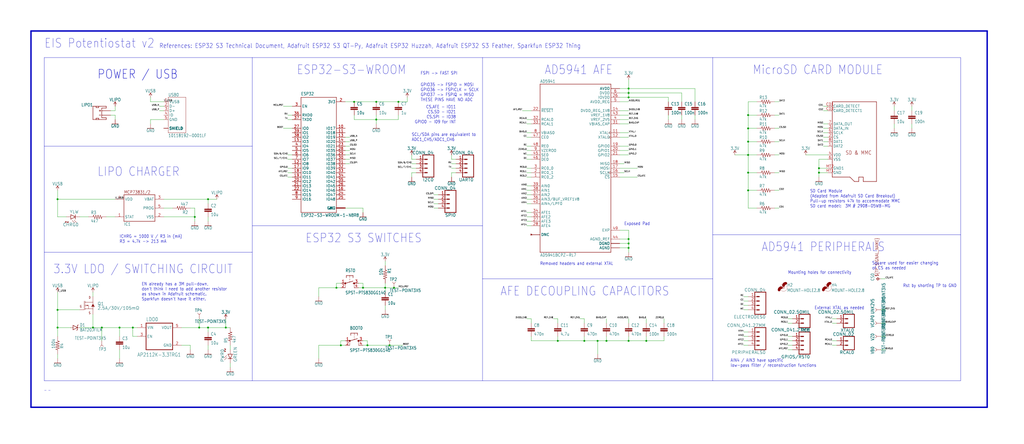
<source format=kicad_sch>
(kicad_sch (version 20250114) (generator "eeschema") (generator_version "9.0")
  (paper "User" 587.553 254.813)
  (text "MicroSD CARD MODULE" (at 431.8 43.18 0) (effects (font (size 5.08 4.318)) (justify left bottom)))
  (text "Rst by shorting TP to GND" (at 518.16 165.1 0) (effects (font (size 1.778 1.5113)) (justify left bottom)))
  (text "ESP32-S3-WROOM" (at 170.18 43.18 0) (effects (font (size 5.08 4.318)) (justify left bottom)))
  (text "EN already has a 3M pull-down,\ndon't think I need to add another resistor\nas shown in Adafruit schematic.\nSparkfun doesn't have it either." (at 81.28 172.72 0) (effects (font (size 1.778 1.5113)) (justify left bottom)))
  (text "AD5941 PERIPHERALS" (at 436.88 144.78 0) (effects (font (size 5.08 4.318)) (justify left bottom)))
  (text "AIN4 / AIN3 have specific\nlow-pass filter / reconstruction functions" (at 419.1 210.82 0) (effects (font (size 1.778 1.5113)) (justify left bottom)))
  (text "Mounting holes for connectivity" (at 452.12 157.48 0) (effects (font (size 1.778 1.5113)) (justify left bottom)))
  (text "CS.AFE - IO11\nCS.SD - IO21\nCS.SPI - IO38\nGPIO0 - I09 for INT" (at 261.62 71.12 0) (effects (font (size 1.778 1.5113)) (justify right bottom)))
  (text "AFE DECOUPLING CAPACITORS" (at 287.02 170.18 0) (effects (font (size 5.08 4.318)) (justify left bottom)))
  (text "POWER / USB" (at 55.88 45.72 0) (effects (font (size 5.08 4.318)) (justify left bottom)))
  (text "LIPO CHARGER" (at 55.88 101.6 0) (effects (font (size 5.08 4.318)) (justify left bottom)))
  (text "Exposed Pad" (at 358.14 129.54 0) (effects (font (size 1.778 1.5113)) (justify left bottom)))
  (text "SCL/SDA pins are equivalent to\nADC1_CH5/ADC1_CH6" (at 236.22 81.28 0) (effects (font (size 1.778 1.5113)) (justify left bottom)))
  (text "AD5941 AFE" (at 312.42 43.18 0) (effects (font (size 5.08 4.318)) (justify left bottom)))
  (text "\" \"" (at 25.4 226.06 0) (effects (font (size 1.778 1.5113)) (justify left bottom)))
  (text "Square used for easier changing\nof CS as needed" (at 500.38 154.94 0) (effects (font (size 1.778 1.5113)) (justify left bottom)))
  (text "3.3V LDO / SWITCHING CIRCUIT" (at 30.48 157.48 0) (effects (font (size 5.08 4.318)) (justify left bottom)))
  (text "References: ESP32 S3 Technical Document, Adafruit ESP32 S3 QT-Py, Adafruit ESP32 Huzzah, Adafruit ESP32 S3 Feather, Sparkfun ESP32 Thing" (at 91.44 27.94 0) (effects (font (size 2.54 2.159)) (justify left bottom)))
  (text "ICHRG = 1000 V / R3 in (mA)\nR3 = 4.7k -> 213 mA" (at 68.58 139.7 0) (effects (font (size 1.778 1.5113)) (justify left bottom)))
  (text "External XTAL as needed" (at 467.36 177.8 0) (effects (font (size 1.778 1.5113)) (justify left bottom)))
  (text "EIS Potentiostat v2" (at 25.4 27.94 0) (effects (font (size 5.08 4.318)) (justify left bottom)))
  (text "SD Card Module\n(Adapted from Adafruit SD Card Breakout)\nPull-up resistors 47k to accommodate MMC\nSD card model:  3M # 2908-05WB-MG" (at 464.82 119.38 0) (effects (font (size 1.778 1.5113)) (justify left bottom)))
  (text "Removed headers and external XTAL" (at 309.88 152.4 0) (effects (font (size 1.778 1.5113)) (justify left bottom)))
  (text "POWER / USB" (at 55.88 45.72 0) (effects (font (size 5.08 4.318)) (justify left bottom)))
  (text "GPIO35 -> FSPID = MOSI\nGPIO36 -> FSPICLK = SCLK\nGPIO37 -> FSPIQ = MISO\nTHESE PINS HAVE NO ADC" (at 241.3 58.42 0) (effects (font (size 1.778 1.5113)) (justify left bottom)))
  (text "ESP32 S3 SWITCHES" (at 175.26 139.7 0) (effects (font (size 5.08 4.318)) (justify left bottom)))
  (text "FSPI -> FAST SPI" (at 241.3 43.18 0) (effects (font (size 1.778 1.5113)) (justify left bottom)))
  (junction (at 429.26 66.04))
  (junction (at 360.68 55.88))
  (junction (at 33.02 114.3))
  (junction (at 429.26 99.06))
  (junction (at 360.68 50.8))
  (junction (at 220.98 165.1))
  (junction (at 68.58 187.96))
  (junction (at 360.68 142.24))
  (junction (at 215.9 58.42))
  (junction (at 223.52 198.12))
  (junction (at 193.04 165.1))
  (junction (at 111.76 124.46))
  (junction (at 76.2 187.96))
  (junction (at 228.6 58.42))
  (junction (at 370.84 195.58))
  (junction (at 360.68 195.58))
  (junction (at 33.02 177.8))
  (junction (at 360.68 53.34))
  (junction (at 53.34 187.96))
  (junction (at 33.02 187.96))
  (junction (at 119.38 114.3))
  (junction (at 347.98 195.58))
  (junction (at 469.9 99.06))
  (junction (at 429.26 88.9))
  (junction (at 114.3 187.96))
  (junction (at 210.82 198.12))
  (junction (at 195.58 198.12))
  (junction (at 203.2 58.42))
  (junction (at 360.68 139.7))
  (junction (at 429.26 81.28))
  (junction (at 469.9 96.52))
  (junction (at 215.9 68.58))
  (junction (at 119.38 187.96))
  (junction (at 342.9 195.58))
  (junction (at 58.42 187.96))
  (junction (at 429.26 109.22))
  (junction (at 129.54 187.96))
  (junction (at 208.28 165.1))
  (junction (at 360.68 137.16))
  (junction (at 320.04 195.58))
  (junction (at 335.28 195.58))
  (junction (at 226.06 165.1))
  (junction (at 429.26 73.66))
  (wire (pts (xy 304.8 116.84) (xy 302.26 116.84)) (stroke (width 0.1524)))
  (wire (pts (xy 68.58 200.66) (xy 68.58 205.74)) (stroke (width 0.1524)))
  (wire (pts (xy 444.5 99.06) (xy 447.04 99.06)) (stroke (width 0.1524)))
  (wire (pts (xy 342.9 203.2) (xy 342.9 195.58)) (stroke (width 0.1524)))
  (polyline (pts (xy 17.78 17.78) (xy 566.42 17.78)) (stroke (width 0.8128) (type solid)))
  (polyline (pts (xy 408.94 33.02) (xy 408.94 134.62)) (stroke (width 0.1524) (type solid)))
  (wire (pts (xy 304.8 193.04) (xy 304.8 195.58)) (stroke (width 0.1524)))
  (wire (pts (xy 182.88 198.12) (xy 182.88 205.74)) (stroke (width 0.1524)))
  (wire (pts (xy 182.88 165.1) (xy 193.04 165.1)) (stroke (width 0.1524)))
  (wire (pts (xy 429.26 172.72) (xy 426.72 172.72)) (stroke (width 0.1524)))
  (wire (pts (xy 429.26 170.18) (xy 426.72 170.18)) (stroke (width 0.1524)))
  (wire (pts (xy 320.04 195.58) (xy 320.04 193.04)) (stroke (width 0.1524)))
  (wire (pts (xy 259.08 91.44) (xy 259.08 88.9)) (stroke (width 0.1524)))
  (wire (pts (xy 513.08 71.12) (xy 513.08 73.66)) (stroke (width 0.1524)))
  (wire (pts (xy 58.42 187.96) (xy 58.42 195.58)) (stroke (width 0.1524)))
  (wire (pts (xy 304.8 76.2) (xy 302.26 76.2)) (stroke (width 0.1524)))
  (wire (pts (xy 444.5 66.04) (xy 447.04 66.04)) (stroke (width 0.1524)))
  (wire (pts (xy 220.98 165.1) (xy 226.06 165.1)) (stroke (width 0.1524)))
  (wire (pts (xy 208.28 162.56) (xy 208.28 165.1)) (stroke (width 0.1524)))
  (wire (pts (xy 45.72 187.96) (xy 53.34 187.96)) (stroke (width 0.1524)))
  (wire (pts (xy 119.38 124.46) (xy 119.38 127)) (stroke (width 0.1524)))
  (wire (pts (xy 480.06 195.58) (xy 477.52 195.58)) (stroke (width 0.1524)))
  (wire (pts (xy 63.5 63.5) (xy 66.04 63.5)) (stroke (width 0.1524)))
  (wire (pts (xy 251.46 114.3) (xy 248.92 114.3)) (stroke (width 0.1524)))
  (polyline (pts (xy 566.42 233.68) (xy 17.78 233.68)) (stroke (width 0.8128) (type solid)))
  (wire (pts (xy 360.68 50.8) (xy 360.68 45.72)) (stroke (width 0.1524)))
  (wire (pts (xy 454.66 195.58) (xy 452.12 195.58)) (stroke (width 0.1524)))
  (wire (pts (xy 429.26 66.04) (xy 429.26 58.42)) (stroke (width 0.1524)))
  (wire (pts (xy 220.98 165.1) (xy 220.98 162.56)) (stroke (width 0.1524)))
  (wire (pts (xy 355.6 55.88) (xy 360.68 55.88)) (stroke (width 0.1524)))
  (polyline (pts (xy 408.94 218.44) (xy 276.86 218.44)) (stroke (width 0.1524) (type solid)))
  (wire (pts (xy 474.98 91.44) (xy 469.9 91.44)) (stroke (width 0.1524)))
  (wire (pts (xy 119.38 114.3) (xy 124.46 114.3)) (stroke (width 0.1524)))
  (wire (pts (xy 429.26 195.58) (xy 426.72 195.58)) (stroke (width 0.1524)))
  (wire (pts (xy 355.6 132.08) (xy 360.68 132.08)) (stroke (width 0.1524)))
  (wire (pts (xy 132.08 198.12) (xy 132.08 200.66)) (stroke (width 0.1524)))
  (wire (pts (xy 251.46 116.84) (xy 248.92 116.84)) (stroke (width 0.1524)))
  (wire (pts (xy 391.16 66.04) (xy 391.16 68.58)) (stroke (width 0.1524)))
  (wire (pts (xy 304.8 96.52) (xy 302.26 96.52)) (stroke (width 0.1524)))
  (wire (pts (xy 454.66 200.66) (xy 452.12 200.66)) (stroke (width 0.1524)))
  (wire (pts (xy 444.5 73.66) (xy 447.04 73.66)) (stroke (width 0.1524)))
  (wire (pts (xy 474.98 76.2) (xy 472.44 76.2)) (stroke (width 0.1524)))
  (wire (pts (xy 513.08 63.5) (xy 513.08 60.96)) (stroke (width 0.1524)))
  (wire (pts (xy 111.76 124.46) (xy 93.98 124.46)) (stroke (width 0.1524)))
  (wire (pts (xy 469.9 99.06) (xy 469.9 101.6)) (stroke (width 0.1524)))
  (wire (pts (xy 119.38 198.12) (xy 119.38 200.66)) (stroke (width 0.1524)))
  (wire (pts (xy 195.58 198.12) (xy 198.12 198.12)) (stroke (width 0.1524)))
  (wire (pts (xy 304.8 63.5) (xy 299.72 63.5)) (stroke (width 0.1524)))
  (wire (pts (xy 53.34 187.96) (xy 58.42 187.96)) (stroke (width 0.1524)))
  (wire (pts (xy 429.26 109.22) (xy 429.26 99.06)) (stroke (width 0.1524)))
  (wire (pts (xy 238.76 93.98) (xy 236.22 93.98)) (stroke (width 0.1524)))
  (wire (pts (xy 429.26 73.66) (xy 434.34 73.66)) (stroke (width 0.1524)))
  (wire (pts (xy 398.78 66.04) (xy 398.78 68.58)) (stroke (width 0.1524)))
  (wire (pts (xy 370.84 185.42) (xy 370.84 182.88)) (stroke (width 0.1524)))
  (wire (pts (xy 355.6 76.2) (xy 360.68 76.2)) (stroke (width 0.1524)))
  (wire (pts (xy 33.02 177.8) (xy 33.02 187.96)) (stroke (width 0.1524)))
  (wire (pts (xy 195.58 195.58) (xy 198.12 195.58)) (stroke (width 0.1524)))
  (wire (pts (xy 381 195.58) (xy 381 193.04)) (stroke (width 0.1524)))
  (wire (pts (xy 304.8 68.58) (xy 302.26 68.58)) (stroke (width 0.1524)))
  (wire (pts (xy 93.98 58.42) (xy 86.36 58.42)) (stroke (width 0.1524)))
  (wire (pts (xy 193.04 165.1) (xy 193.04 162.56)) (stroke (width 0.1524)))
  (polyline (pts (xy 276.86 33.02) (xy 276.86 129.54)) (stroke (width 0.1524) (type solid)))
  (wire (pts (xy 454.66 185.42) (xy 452.12 185.42)) (stroke (width 0.1524)))
  (wire (pts (xy 444.5 109.22) (xy 447.04 109.22)) (stroke (width 0.1524)))
  (wire (pts (xy 198.12 93.98) (xy 200.66 93.98)) (stroke (width 0.1524)))
  (wire (pts (xy 304.8 78.74) (xy 302.26 78.74)) (stroke (width 0.1524)))
  (polyline (pts (xy 276.86 129.54) (xy 276.86 160.02)) (stroke (width 0.1524) (type solid)))
  (wire (pts (xy 167.64 66.04) (xy 165.1 66.04)) (stroke (width 0.1524)))
  (wire (pts (xy 132.08 187.96) (xy 129.54 187.96)) (stroke (width 0.1524)))
  (wire (pts (xy 66.04 66.04) (xy 66.04 68.58)) (stroke (width 0.1524)))
  (polyline (pts (xy 144.78 129.54) (xy 144.78 144.78)) (stroke (width 0.1524) (type solid)))
  (polyline (pts (xy 551.18 134.62) (xy 551.18 218.44)) (stroke (width 0.1524) (type solid)))
  (wire (pts (xy 355.6 58.42) (xy 360.68 58.42)) (stroke (width 0.1524)))
  (polyline (pts (xy 144.78 33.02) (xy 276.86 33.02)) (stroke (width 0.1524) (type solid)))
  (wire (pts (xy 480.06 198.12) (xy 477.52 198.12)) (stroke (width 0.1524)))
  (wire (pts (xy 33.02 114.3) (xy 33.02 124.46)) (stroke (width 0.1524)))
  (wire (pts (xy 355.6 93.98) (xy 358.14 93.98)) (stroke (width 0.1524)))
  (wire (pts (xy 355.6 71.12) (xy 360.68 71.12)) (stroke (width 0.1524)))
  (wire (pts (xy 304.8 124.46) (xy 302.26 124.46)) (stroke (width 0.1524)))
  (wire (pts (xy 304.8 91.44) (xy 302.26 91.44)) (stroke (width 0.1524)))
  (wire (pts (xy 304.8 83.82) (xy 302.26 83.82)) (stroke (width 0.1524)))
  (wire (pts (xy 505.46 185.42) (xy 508 185.42)) (stroke (width 0.1524)))
  (wire (pts (xy 304.8 121.92) (xy 302.26 121.92)) (stroke (width 0.1524)))
  (wire (pts (xy 203.2 68.58) (xy 203.2 66.04)) (stroke (width 0.1524)))
  (polyline (pts (xy 408.94 134.62) (xy 408.94 160.02)) (stroke (width 0.1524) (type solid)))
  (wire (pts (xy 45.72 124.46) (xy 50.8 124.46)) (stroke (width 0.1524)))
  (wire (pts (xy 33.02 187.96) (xy 40.64 187.96)) (stroke (width 0.1524)))
  (wire (pts (xy 355.6 96.52) (xy 365.76 96.52)) (stroke (width 0.1524)))
  (wire (pts (xy 93.98 114.3) (xy 119.38 114.3)) (stroke (width 0.1524)))
  (wire (pts (xy 474.98 71.12) (xy 472.44 71.12)) (stroke (width 0.1524)))
  (wire (pts (xy 454.66 193.04) (xy 452.12 193.04)) (stroke (width 0.1524)))
  (wire (pts (xy 429.26 88.9) (xy 429.26 81.28)) (stroke (width 0.1524)))
  (wire (pts (xy 480.06 182.88) (xy 477.52 182.88)) (stroke (width 0.1524)))
  (wire (pts (xy 208.28 165.1) (xy 205.74 165.1)) (stroke (width 0.1524)))
  (wire (pts (xy 355.6 142.24) (xy 360.68 142.24)) (stroke (width 0.1524)))
  (wire (pts (xy 119.38 187.96) (xy 119.38 190.5)) (stroke (width 0.1524)))
  (wire (pts (xy 129.54 187.96) (xy 129.54 182.88)) (stroke (width 0.1524)))
  (wire (pts (xy 505.46 177.8) (xy 508 177.8)) (stroke (width 0.1524)))
  (wire (pts (xy 474.98 88.9) (xy 462.28 88.9)) (stroke (width 0.1524)))
  (wire (pts (xy 53.34 167.64) (xy 53.34 170.18)) (stroke (width 0.1524)))
  (polyline (pts (xy 551.18 218.44) (xy 408.94 218.44)) (stroke (width 0.1524) (type solid)))
  (wire (pts (xy 220.98 175.26) (xy 220.98 177.8)) (stroke (width 0.1524)))
  (wire (pts (xy 335.28 195.58) (xy 335.28 193.04)) (stroke (width 0.1524)))
  (wire (pts (xy 210.82 198.12) (xy 223.52 198.12)) (stroke (width 0.1524)))
  (wire (pts (xy 360.68 50.8) (xy 355.6 50.8)) (stroke (width 0.1524)))
  (wire (pts (xy 304.8 99.06) (xy 302.26 99.06)) (stroke (width 0.1524)))
  (wire (pts (xy 198.12 86.36) (xy 200.66 86.36)) (stroke (width 0.1524)))
  (wire (pts (xy 434.34 109.22) (xy 429.26 109.22)) (stroke (width 0.1524)))
  (polyline (pts (xy 25.4 144.78) (xy 25.4 83.82)) (stroke (width 0.1524) (type solid)))
  (polyline (pts (xy 144.78 144.78) (xy 144.78 218.44)) (stroke (width 0.1524) (type solid)))
  (wire (pts (xy 355.6 137.16) (xy 360.68 137.16)) (stroke (width 0.1524)))
  (wire (pts (xy 198.12 88.9) (xy 200.66 88.9)) (stroke (width 0.1524)))
  (wire (pts (xy 355.6 78.74) (xy 360.68 78.74)) (stroke (width 0.1524)))
  (wire (pts (xy 198.12 78.74) (xy 200.66 78.74)) (stroke (width 0.1524)))
  (polyline (pts (xy 276.86 160.02) (xy 408.94 160.02)) (stroke (width 0.1524) (type solid)))
  (wire (pts (xy 114.3 187.96) (xy 119.38 187.96)) (stroke (width 0.1524)))
  (wire (pts (xy 320.04 185.42) (xy 320.04 182.88)) (stroke (width 0.1524)))
  (polyline (pts (xy 276.86 218.44) (xy 144.78 218.44)) (stroke (width 0.1524) (type solid)))
  (wire (pts (xy 223.52 198.12) (xy 231.14 198.12)) (stroke (width 0.1524)))
  (wire (pts (xy 109.22 198.12) (xy 109.22 200.66)) (stroke (width 0.1524)))
  (wire (pts (xy 304.8 101.6) (xy 302.26 101.6)) (stroke (width 0.1524)))
  (wire (pts (xy 68.58 193.04) (xy 68.58 187.96)) (stroke (width 0.1524)))
  (wire (pts (xy 398.78 50.8) (xy 398.78 58.42)) (stroke (width 0.1524)))
  (wire (pts (xy 355.6 53.34) (xy 360.68 53.34)) (stroke (width 0.1524)))
  (wire (pts (xy 355.6 139.7) (xy 360.68 139.7)) (stroke (width 0.1524)))
  (wire (pts (xy 304.8 127) (xy 302.26 127)) (stroke (width 0.1524)))
  (wire (pts (xy 198.12 119.38) (xy 208.28 119.38)) (stroke (width 0.1524)))
  (wire (pts (xy 347.98 195.58) (xy 347.98 193.04)) (stroke (width 0.1524)))
  (wire (pts (xy 210.82 195.58) (xy 210.82 198.12)) (stroke (width 0.1524)))
  (wire (pts (xy 304.8 88.9) (xy 302.26 88.9)) (stroke (width 0.1524)))
  (polyline (pts (xy 144.78 83.82) (xy 144.78 129.54)) (stroke (width 0.1524) (type solid)))
  (wire (pts (xy 304.8 129.54) (xy 302.26 129.54)) (stroke (width 0.1524)))
  (polyline (pts (xy 276.86 33.02) (xy 408.94 33.02)) (stroke (width 0.1524) (type solid)))
  (wire (pts (xy 444.5 81.28) (xy 447.04 81.28)) (stroke (width 0.1524)))
  (wire (pts (xy 251.46 119.38) (xy 248.92 119.38)) (stroke (width 0.1524)))
  (wire (pts (xy 261.62 93.98) (xy 259.08 93.98)) (stroke (width 0.1524)))
  (wire (pts (xy 454.66 198.12) (xy 452.12 198.12)) (stroke (width 0.1524)))
  (wire (pts (xy 167.64 88.9) (xy 165.1 88.9)) (stroke (width 0.1524)))
  (wire (pts (xy 469.9 91.44) (xy 469.9 96.52)) (stroke (width 0.1524)))
  (wire (pts (xy 208.28 195.58) (xy 210.82 195.58)) (stroke (width 0.1524)))
  (wire (pts (xy 370.84 195.58) (xy 360.68 195.58)) (stroke (width 0.1524)))
  (wire (pts (xy 304.8 195.58) (xy 320.04 195.58)) (stroke (width 0.1524)))
  (wire (pts (xy 355.6 83.82) (xy 360.68 83.82)) (stroke (width 0.1524)))
  (polyline (pts (xy 551.18 33.02) (xy 551.18 134.62)) (stroke (width 0.1524) (type solid)))
  (wire (pts (xy 68.58 187.96) (xy 76.2 187.96)) (stroke (width 0.1524)))
  (wire (pts (xy 355.6 86.36) (xy 360.68 86.36)) (stroke (width 0.1524)))
  (wire (pts (xy 193.04 162.56) (xy 195.58 162.56)) (stroke (width 0.1524)))
  (wire (pts (xy 304.8 109.22) (xy 302.26 109.22)) (stroke (width 0.1524)))
  (wire (pts (xy 355.6 101.6) (xy 365.76 101.6)) (stroke (width 0.1524)))
  (wire (pts (xy 383.54 58.42) (xy 383.54 55.88)) (stroke (width 0.1524)))
  (wire (pts (xy 182.88 198.12) (xy 195.58 198.12)) (stroke (width 0.1524)))
  (wire (pts (xy 119.38 116.84) (xy 119.38 114.3)) (stroke (width 0.1524)))
  (wire (pts (xy 53.34 180.34) (xy 53.34 187.96)) (stroke (width 0.1524)))
  (wire (pts (xy 360.68 55.88) (xy 360.68 53.34)) (stroke (width 0.1524)))
  (wire (pts (xy 355.6 66.04) (xy 360.68 66.04)) (stroke (width 0.1524)))
  (wire (pts (xy 198.12 58.42) (xy 203.2 58.42)) (stroke (width 0.1524)))
  (wire (pts (xy 104.14 198.12) (xy 109.22 198.12)) (stroke (width 0.1524)))
  (wire (pts (xy 33.02 203.2) (xy 33.02 205.74)) (stroke (width 0.1524)))
  (wire (pts (xy 523.24 71.12) (xy 523.24 73.66)) (stroke (width 0.1524)))
  (wire (pts (xy 208.28 119.38) (xy 208.28 121.92)) (stroke (width 0.1524)))
  (wire (pts (xy 66.04 63.5) (xy 66.04 60.96)) (stroke (width 0.1524)))
  (wire (pts (xy 360.68 193.04) (xy 360.68 195.58)) (stroke (width 0.1524)))
  (wire (pts (xy 58.42 187.96) (xy 68.58 187.96)) (stroke (width 0.1524)))
  (wire (pts (xy 210.82 198.12) (xy 208.28 198.12)) (stroke (width 0.1524)))
  (wire (pts (xy 236.22 99.06) (xy 236.22 101.6)) (stroke (width 0.1524)))
  (wire (pts (xy 66.04 114.3) (xy 33.02 114.3)) (stroke (width 0.1524)))
  (wire (pts (xy 360.68 53.34) (xy 391.16 53.34)) (stroke (width 0.1524)))
  (wire (pts (xy 182.88 165.1) (xy 182.88 170.18)) (stroke (width 0.1524)))
  (wire (pts (xy 220.98 165.1) (xy 220.98 167.64)) (stroke (width 0.1524)))
  (wire (pts (xy 444.5 58.42) (xy 447.04 58.42)) (stroke (width 0.1524)))
  (wire (pts (xy 434.34 119.38) (xy 429.26 119.38)) (stroke (width 0.1524)))
  (wire (pts (xy 429.26 81.28) (xy 429.26 73.66)) (stroke (width 0.1524)))
  (wire (pts (xy 226.06 165.1) (xy 228.6 165.1)) (stroke (width 0.1524)))
  (wire (pts (xy 360.68 195.58) (xy 347.98 195.58)) (stroke (width 0.1524)))
  (wire (pts (xy 474.98 73.66) (xy 472.44 73.66)) (stroke (width 0.1524)))
  (wire (pts (xy 111.76 124.46) (xy 111.76 127)) (stroke (width 0.1524)))
  (polyline (pts (xy 25.4 83.82) (xy 25.4 33.02)) (stroke (width 0.1524) (type solid)))
  (wire (pts (xy 261.62 99.06) (xy 259.08 99.06)) (stroke (width 0.1524)))
  (wire (pts (xy 304.8 185.42) (xy 304.8 182.88)) (stroke (width 0.1524)))
  (wire (pts (xy 434.34 88.9) (xy 429.26 88.9)) (stroke (width 0.1524)))
  (wire (pts (xy 304.8 106.68) (xy 302.26 106.68)) (stroke (width 0.1524)))
  (wire (pts (xy 93.98 63.5) (xy 91.44 63.5)) (stroke (width 0.1524)))
  (polyline (pts (xy 408.94 160.02) (xy 408.94 218.44)) (stroke (width 0.1524) (type solid)))
  (wire (pts (xy 474.98 78.74) (xy 472.44 78.74)) (stroke (width 0.1524)))
  (polyline (pts (xy 276.86 218.44) (xy 276.86 160.02)) (stroke (width 0.1524) (type solid)))
  (wire (pts (xy 33.02 167.64) (xy 33.02 177.8)) (stroke (width 0.1524)))
  (polyline (pts (xy 25.4 218.44) (xy 25.4 144.78)) (stroke (width 0.1524) (type solid)))
  (wire (pts (xy 360.68 132.08) (xy 360.68 137.16)) (stroke (width 0.1524)))
  (wire (pts (xy 195.58 198.12) (xy 195.58 195.58)) (stroke (width 0.1524)))
  (wire (pts (xy 444.5 88.9) (xy 447.04 88.9)) (stroke (width 0.1524)))
  (wire (pts (xy 193.04 165.1) (xy 195.58 165.1)) (stroke (width 0.1524)))
  (wire (pts (xy 360.68 142.24) (xy 360.68 144.78)) (stroke (width 0.1524)))
  (wire (pts (xy 429.26 58.42) (xy 434.34 58.42)) (stroke (width 0.1524)))
  (wire (pts (xy 360.68 185.42) (xy 360.68 182.88)) (stroke (width 0.1524)))
  (wire (pts (xy 434.34 81.28) (xy 429.26 81.28)) (stroke (width 0.1524)))
  (wire (pts (xy 167.64 60.96) (xy 162.56 60.96)) (stroke (width 0.1524)))
  (wire (pts (xy 523.24 63.5) (xy 523.24 60.96)) (stroke (width 0.1524)))
  (wire (pts (xy 109.22 119.38) (xy 111.76 119.38)) (stroke (width 0.1524)))
  (wire (pts (xy 342.9 195.58) (xy 347.98 195.58)) (stroke (width 0.1524)))
  (wire (pts (xy 335.28 182.88) (xy 332.74 182.88)) (stroke (width 0.1524)))
  (wire (pts (xy 469.9 96.52) (xy 469.9 99.06)) (stroke (width 0.1524)))
  (wire (pts (xy 360.68 137.16) (xy 360.68 139.7)) (stroke (width 0.1524)))
  (wire (pts (xy 261.62 91.44) (xy 259.08 91.44)) (stroke (width 0.1524)))
  (wire (pts (xy 335.28 185.42) (xy 335.28 182.88)) (stroke (width 0.1524)))
  (wire (pts (xy 261.62 96.52) (xy 259.08 96.52)) (stroke (width 0.1524)))
  (wire (pts (xy 355.6 68.58) (xy 360.68 68.58)) (stroke (width 0.1524)))
  (wire (pts (xy 93.98 68.58) (xy 86.36 68.58)) (stroke (width 0.1524)))
  (wire (pts (xy 60.96 124.46) (xy 66.04 124.46)) (stroke (width 0.1524)))
  (wire (pts (xy 86.36 58.42) (xy 86.36 55.88)) (stroke (width 0.1524)))
  (wire (pts (xy 238.76 96.52) (xy 236.22 96.52)) (stroke (width 0.1524)))
  (wire (pts (xy 76.2 193.04) (xy 76.2 187.96)) (stroke (width 0.1524)))
  (wire (pts (xy 167.64 99.06) (xy 165.1 99.06)) (stroke (width 0.1524)))
  (wire (pts (xy 429.26 177.8) (xy 426.72 177.8)) (stroke (width 0.1524)))
  (polyline (pts (xy 408.94 33.02) (xy 551.18 33.02)) (stroke (width 0.1524) (type solid)))
  (wire (pts (xy 355.6 88.9) (xy 360.68 88.9)) (stroke (width 0.1524)))
  (polyline (pts (xy 25.4 83.82) (xy 144.78 83.82)) (stroke (width 0.1524) (type solid)))
  (wire (pts (xy 474.98 81.28) (xy 472.44 81.28)) (stroke (width 0.1524)))
  (wire (pts (xy 360.68 139.7) (xy 360.68 142.24)) (stroke (width 0.1524)))
  (wire (pts (xy 360.68 50.8) (xy 398.78 50.8)) (stroke (width 0.1524)))
  (wire (pts (xy 93.98 119.38) (xy 99.06 119.38)) (stroke (width 0.1524)))
  (wire (pts (xy 429.26 193.04) (xy 426.72 193.04)) (stroke (width 0.1524)))
  (wire (pts (xy 474.98 96.52) (xy 469.9 96.52)) (stroke (width 0.1524)))
  (wire (pts (xy 474.98 83.82) (xy 472.44 83.82)) (stroke (width 0.1524)))
  (wire (pts (xy 429.26 73.66) (xy 429.26 66.04)) (stroke (width 0.1524)))
  (wire (pts (xy 304.8 182.88) (xy 302.26 182.88)) (stroke (width 0.1524)))
  (wire (pts (xy 429.26 119.38) (xy 429.26 109.22)) (stroke (width 0.1524)))
  (wire (pts (xy 33.02 114.3) (xy 33.02 109.22)) (stroke (width 0.1524)))
  (wire (pts (xy 505.46 160.02) (xy 508 160.02)) (stroke (width 0.1524)))
  (wire (pts (xy 215.9 68.58) (xy 215.9 71.12)) (stroke (width 0.1524)))
  (polyline (pts (xy 17.78 233.68) (xy 17.78 17.78)) (stroke (width 0.8128) (type solid)))
  (wire (pts (xy 480.06 185.42) (xy 477.52 185.42)) (stroke (width 0.1524)))
  (wire (pts (xy 320.04 182.88) (xy 317.5 182.88)) (stroke (width 0.1524)))
  (wire (pts (xy 370.84 195.58) (xy 381 195.58)) (stroke (width 0.1524)))
  (wire (pts (xy 198.12 81.28) (xy 200.66 81.28)) (stroke (width 0.1524)))
  (wire (pts (xy 33.02 187.96) (xy 33.02 193.04)) (stroke (width 0.1524)))
  (wire (pts (xy 381 185.42) (xy 381 182.88)) (stroke (width 0.1524)))
  (wire (pts (xy 429.26 88.9) (xy 421.64 88.9)) (stroke (width 0.1524)))
  (wire (pts (xy 228.6 68.58) (xy 215.9 68.58)) (stroke (width 0.1524)))
  (wire (pts (xy 167.64 73.66) (xy 162.56 73.66)) (stroke (width 0.1524)))
  (wire (pts (xy 33.02 124.46) (xy 38.1 124.46)) (stroke (width 0.1524)))
  (wire (pts (xy 215.9 66.04) (xy 215.9 68.58)) (stroke (width 0.1524)))
  (wire (pts (xy 429.26 198.12) (xy 426.72 198.12)) (stroke (width 0.1524)))
  (wire (pts (xy 203.2 58.42) (xy 215.9 58.42)) (stroke (width 0.1524)))
  (wire (pts (xy 429.26 190.5) (xy 426.72 190.5)) (stroke (width 0.1524)))
  (wire (pts (xy 119.38 187.96) (xy 129.54 187.96)) (stroke (width 0.1524)))
  (wire (pts (xy 167.64 101.6) (xy 165.1 101.6)) (stroke (width 0.1524)))
  (wire (pts (xy 320.04 195.58) (xy 335.28 195.58)) (stroke (width 0.1524)))
  (wire (pts (xy 236.22 91.44) (xy 236.22 88.9)) (stroke (width 0.1524)))
  (wire (pts (xy 304.8 111.76) (xy 302.26 111.76)) (stroke (width 0.1524)))
  (wire (pts (xy 355.6 99.06) (xy 358.14 99.06)) (stroke (width 0.1524)))
  (polyline (pts (xy 144.78 33.02) (xy 144.78 83.82)) (stroke (width 0.1524) (type solid)))
  (wire (pts (xy 474.98 63.5) (xy 472.44 63.5)) (stroke (width 0.1524)))
  (wire (pts (xy 304.8 86.36) (xy 302.26 86.36)) (stroke (width 0.1524)))
  (wire (pts (xy 167.64 96.52) (xy 165.1 96.52)) (stroke (width 0.1524)))
  (wire (pts (xy 391.16 53.34) (xy 391.16 58.42)) (stroke (width 0.1524)))
  (polyline (pts (xy 144.78 129.54) (xy 276.86 129.54)) (stroke (width 0.1524) (type solid)))
  (wire (pts (xy 114.3 187.96) (xy 114.3 182.88)) (stroke (width 0.1524)))
  (polyline (pts (xy 144.78 218.44) (xy 25.4 218.44)) (stroke (width 0.1524) (type solid)))
  (wire (pts (xy 444.5 119.38) (xy 447.04 119.38)) (stroke (width 0.1524)))
  (wire (pts (xy 360.68 53.34) (xy 360.68 50.8)) (stroke (width 0.1524)))
  (wire (pts (xy 132.08 208.28) (xy 132.08 210.82)) (stroke (width 0.1524)))
  (wire (pts (xy 228.6 58.42) (xy 233.68 58.42)) (stroke (width 0.1524)))
  (wire (pts (xy 355.6 63.5) (xy 360.68 63.5)) (stroke (width 0.1524)))
  (wire (pts (xy 104.14 187.96) (xy 114.3 187.96)) (stroke (width 0.1524)))
  (wire (pts (xy 33.02 177.8) (xy 45.72 177.8)) (stroke (width 0.1524)))
  (wire (pts (xy 429.26 99.06) (xy 429.26 88.9)) (stroke (width 0.1524)))
  (wire (pts (xy 215.9 68.58) (xy 203.2 68.58)) (stroke (width 0.1524)))
  (wire (pts (xy 454.66 182.88) (xy 452.12 182.88)) (stroke (width 0.1524)))
  (wire (pts (xy 111.76 119.38) (xy 111.76 124.46)) (stroke (width 0.1524)))
  (wire (pts (xy 215.9 58.42) (xy 228.6 58.42)) (stroke (width 0.1524)))
  (wire (pts (xy 76.2 187.96) (xy 78.74 187.96)) (stroke (width 0.1524)))
  (wire (pts (xy 429.26 66.04) (xy 434.34 66.04)) (stroke (width 0.1524)))
  (wire (pts (xy 347.98 185.42) (xy 347.98 182.88)) (stroke (width 0.1524)))
  (wire (pts (xy 198.12 83.82) (xy 200.66 83.82)) (stroke (width 0.1524)))
  (wire (pts (xy 335.28 195.58) (xy 342.9 195.58)) (stroke (width 0.1524)))
  (wire (pts (xy 304.8 71.12) (xy 302.26 71.12)) (stroke (width 0.1524)))
  (wire (pts (xy 238.76 91.44) (xy 236.22 91.44)) (stroke (width 0.1524)))
  (wire (pts (xy 233.68 58.42) (xy 233.68 55.88)) (stroke (width 0.1524)))
  (wire (pts (xy 228.6 66.04) (xy 228.6 68.58)) (stroke (width 0.1524)))
  (wire (pts (xy 429.26 175.26) (xy 426.72 175.26)) (stroke (width 0.1524)))
  (wire (pts (xy 238.76 99.06) (xy 236.22 99.06)) (stroke (width 0.1524)))
  (wire (pts (xy 259.08 99.06) (xy 259.08 101.6)) (stroke (width 0.1524)))
  (wire (pts (xy 198.12 91.44) (xy 200.66 91.44)) (stroke (width 0.1524)))
  (wire (pts (xy 220.98 152.4) (xy 220.98 149.86)) (stroke (width 0.1524)))
  (wire (pts (xy 251.46 111.76) (xy 248.92 111.76)) (stroke (width 0.1524)))
  (wire (pts (xy 474.98 99.06) (xy 469.9 99.06)) (stroke (width 0.1524)))
  (wire (pts (xy 63.5 66.04) (xy 66.04 66.04)) (stroke (width 0.1524)))
  (polyline (pts (xy 144.78 144.78) (xy 25.4 144.78)) (stroke (width 0.1524) (type solid)))
  (wire (pts (xy 474.98 60.96) (xy 472.44 60.96)) (stroke (width 0.1524)))
  (wire (pts (xy 205.74 162.56) (xy 208.28 162.56)) (stroke (width 0.1524)))
  (wire (pts (xy 208.28 165.1) (xy 220.98 165.1)) (stroke (width 0.1524)))
  (wire (pts (xy 383.54 68.58) (xy 383.54 66.04)) (stroke (width 0.1524)))
  (wire (pts (xy 304.8 114.3) (xy 302.26 114.3)) (stroke (width 0.1524)))
  (polyline (pts (xy 551.18 134.62) (xy 408.94 134.62)) (stroke (width 0.1524) (type solid)))
  (wire (pts (xy 434.34 99.06) (xy 429.26 99.06)) (stroke (width 0.1524)))
  (wire (pts (xy 505.46 200.66) (xy 508 200.66)) (stroke (width 0.1524)))
  (wire (pts (xy 370.84 193.04) (xy 370.84 195.58)) (stroke (width 0.1524)))
  (wire (pts (xy 76.2 193.04) (xy 78.74 193.04)) (stroke (width 0.1524)))
  (wire (pts (xy 360.68 55.88) (xy 383.54 55.88)) (stroke (width 0.1524)))
  (polyline (pts (xy 566.42 17.78) (xy 566.42 233.68)) (stroke (width 0.8128) (type solid)))
  (wire (pts (xy 86.36 68.58) (xy 86.36 71.12)) (stroke (width 0.1524)))
  (wire (pts (xy 167.64 68.58) (xy 165.1 68.58)) (stroke (width 0.1524)))
  (polyline (pts (xy 25.4 33.02) (xy 144.78 33.02)) (stroke (width 0.1524) (type solid)))
  (wire (pts (xy 505.46 193.04) (xy 508 193.04)) (stroke (width 0.1524)))
  (wire (pts (xy 167.64 91.44) (xy 165.1 91.44)) (stroke (width 0.1524)))
  (wire (pts (xy 93.98 60.96) (xy 91.44 60.96)) (stroke (width 0.1524)))
  (label "GPIO.2" (at 360.68 88.9 0) (effects (font (size 0.889 0.889))))
  (label "AIN4" (at 426.72 190.5 180) (effects (font (size 0.889 0.889))))
  (label "DVDD.1V8" (at 360.68 63.5 0) (effects (font (size 0.889 0.889))))
  (label "CS.AFE" (at 365.76 101.6 0) (effects (font (size 0.889 0.889))))
  (label "CS.AFE" (at 165.1 101.6 180) (effects (font (size 0.889 0.889))))
  (label "SCLK" (at 248.92 116.84 180) (effects (font (size 0.889 0.889))))
  (label "RC0.1" (at 452.12 185.42 180) (effects (font (size 0.889 0.889))))
  (label "SCLK" (at 358.14 99.06 0) (effects (font (size 0.889 0.889))))
  (label "AFE2" (at 302.26 124.46 180) (effects (font (size 0.889 0.889))))
  (label "REF.2V5" (at 508 177.8 0) (effects (font (size 0.889 0.889))))
  (label "SCLK" (at 472.44 76.2 180) (effects (font (size 0.889 0.889))))
  (label "AVDD.REG" (at 360.68 58.42 0) (effects (font (size 0.889 0.889))))
  (label "DAT2" (at 447.04 58.42 0) (effects (font (size 0.889 0.889))))
  (label "RC0.0" (at 302.26 96.52 180) (effects (font (size 0.889 0.889))))
  (label "USB_N" (at 200.66 78.74 0) (effects (font (size 0.889 0.889))))
  (label "DE" (at 302.26 91.44 180) (effects (font (size 0.889 0.889))))
  (label "V_USB" (at 33.02 167.64 0) (effects (font (size 1.016 1.016))))
  (label "GPIO.0" (at 360.68 83.82 0) (effects (font (size 0.889 0.889))))
  (label "XTAL.O" (at 360.68 78.74 0) (effects (font (size 0.889 0.889))))
  (label "AFE4" (at 302.26 129.54 180) (effects (font (size 0.889 0.889))))
  (label "MISO" (at 447.04 99.06 0) (effects (font (size 0.889 0.889))))
  (label "RX" (at 165.1 66.04 180) (effects (font (size 0.889 0.889))))
  (label "REF.1V8" (at 317.5 182.88 180) (effects (font (size 0.889 0.889))))
  (label "RCAL0" (at 477.52 195.58 180) (effects (font (size 0.889 0.889))))
  (label "XTAL.O" (at 477.52 185.42 180) (effects (font (size 0.889 0.889))))
  (label "SCLK" (at 200.66 88.9 0) (effects (font (size 0.889 0.889))))
  (label "RE" (at 302.26 83.82 180) (effects (font (size 0.889 0.889))))
  (label "AFE1" (at 426.72 198.12 180) (effects (font (size 0.889 0.889))))
  (label "USB_P" (at 200.66 81.28 0) (effects (font (size 0.889 0.889))))
  (label "GPIO.2" (at 452.12 198.12 180) (effects (font (size 0.889 0.889))))
  (label "BOOT" (at 162.56 73.66 180) (effects (font (size 0.889 0.889))))
  (label "BIAS.CAP" (at 347.98 182.88 180) (effects (font (size 0.889 0.889))))
  (label "GPIO.1" (at 452.12 195.58 180) (effects (font (size 0.889 0.889))))
  (label "SCL/7/CH1" (at 165.1 91.44 180) (effects (font (size 0.889 0.889))))
  (label "AFE2" (at 426.72 195.58 180) (effects (font (size 0.889 0.889))))
  (label "AIN3" (at 426.72 193.04 180) (effects (font (size 0.889 0.889))))
  (label "AIN2" (at 302.26 111.76 180) (effects (font (size 0.889 0.889))))
  (label "CE" (at 302.26 78.74 180) (effects (font (size 0.889 0.889))))
  (label "SCL/7/CH1" (at 236.22 96.52 180) (effects (font (size 0.889 0.889))))
  (label "AFE3" (at 302.26 127 180) (effects (font (size 0.889 0.889))))
  (label "CS.SD" (at 200.66 83.82 0) (effects (font (size 0.889 0.889))))
  (label "XTAL.I" (at 477.52 182.88 180) (effects (font (size 0.889 0.889))))
  (label "REF.1V8" (at 360.68 66.04 0) (effects (font (size 0.889 0.889))))
  (label "TX" (at 259.08 96.52 180) (effects (font (size 0.889 0.889))))
  (label "CE" (at 426.72 172.72 180) (effects (font (size 0.889 0.889))))
  (label "AIN0" (at 302.26 106.68 180) (effects (font (size 0.889 0.889))))
  (label "BOOT" (at 231.14 198.12 0) (effects (font (size 0.889 0.889))))
  (label "RE" (at 426.72 170.18 180) (effects (font (size 0.889 0.889))))
  (label "RC0.2" (at 302.26 101.6 180) (effects (font (size 0.889 0.889))))
  (label "REF.2V5" (at 332.74 182.88 180) (effects (font (size 0.889 0.889))))
  (label "MISO" (at 472.44 71.12 180) (effects (font (size 0.889 0.889))))
  (label "TX" (at 165.1 68.58 180) (effects (font (size 0.889 0.889))))
  (label "GPIO.0" (at 165.1 96.52 180) (effects (font (size 0.889 0.889))))
  (label "ZERO.0" (at 508 193.04 0) (effects (font (size 0.889 0.889))))
  (label "CD1" (at 472.44 60.96 180) (effects (font (size 0.889 0.889))))
  (label "MOSI" (at 248.92 119.38 180) (effects (font (size 0.889 0.889))))
  (label "V_USB" (at 93.98 58.42 0) (effects (font (size 1.016 1.016))))
  (label "BIAS.CAP" (at 360.68 71.12 0) (effects (font (size 0.889 0.889))))
  (label "AIN1" (at 302.26 109.22 180) (effects (font (size 0.889 0.889))))
  (label "AIN4" (at 302.26 116.84 180) (effects (font (size 0.889 0.889))))
  (label "CD2" (at 447.04 109.22 0) (effects (font (size 0.889 0.889))))
  (label "RX" (at 259.08 93.98 180) (effects (font (size 0.889 0.889))))
  (label "BIAS.0" (at 302.26 76.2 180) (effects (font (size 0.889 0.889))))
  (label "AFE.RST" (at 452.12 200.66 180) (effects (font (size 0.889 0.889))))
  (label "MOSI" (at 365.76 96.52 0) (effects (font (size 0.889 0.889))))
  (label "AFE.RST" (at 299.72 63.5 180) (effects (font (size 0.889 0.889))))
  (label "WE" (at 426.72 177.8 180) (effects (font (size 0.889 0.889))))
  (label "MCU.RST" (at 162.56 60.96 180) (effects (font (size 0.889 0.889))))
  (label "RCAL0" (at 302.26 68.58 180) (effects (font (size 0.889 0.889))))
  (label "RCAL1" (at 477.52 198.12 180) (effects (font (size 0.889 0.889))))
  (label "DAT2" (at 472.44 83.82 180) (effects (font (size 0.889 0.889))))
  (label "DVDD.1V8" (at 302.26 182.88 180) (effects (font (size 0.889 0.889))))
  (label "MCU.RST" (at 228.6 165.1 0) (effects (font (size 0.889 0.889))))
  (label "AFE.RST" (at 165.1 99.06 180) (effects (font (size 0.889 0.889))))
  (label "MOSI" (at 200.66 86.36 0) (effects (font (size 0.889 0.889))))
  (label "CS.SD" (at 447.04 73.66 0) (effects (font (size 0.889 0.889))))
  (label "SDA/6/CH0" (at 236.22 93.98 180) (effects (font (size 0.889 0.889))))
  (label "MOSI" (at 472.44 73.66 180) (effects (font (size 0.889 0.889))))
  (label "AIN3" (at 302.26 114.3 180) (effects (font (size 0.889 0.889))))
  (label "DAT1" (at 447.04 66.04 0) (effects (font (size 0.889 0.889))))
  (label "REF.2V5" (at 360.68 68.58 0) (effects (font (size 0.889 0.889))))
  (label "BIAS.0" (at 370.84 182.88 180) (effects (font (size 0.889 0.889))))
  (label "DAT1" (at 472.44 81.28 180) (effects (font (size 0.889 0.889))))
  (label "V_USB" (at 66.04 114.3 0) (effects (font (size 1.016 1.016))))
  (label "XTAL.I" (at 360.68 76.2 0) (effects (font (size 0.889 0.889))))
  (label "CS.SPI" (at 200.66 93.98 0) (effects (font (size 0.889 0.889))))
  (label "BIAS.0" (at 508 200.66 0) (effects (font (size 0.889 0.889))))
  (label "AFE1" (at 302.26 121.92 180) (effects (font (size 0.889 0.889))))
  (label "GPIO.0" (at 452.12 193.04 180) (effects (font (size 0.889 0.889))))
  (label "DE" (at 426.72 175.26 180) (effects (font (size 0.889 0.889))))
  (label "BIAS.CAP" (at 508 185.42 0) (effects (font (size 0.889 0.889))))
  (label "ZERO.0" (at 302.26 86.36 180) (effects (font (size 0.889 0.889))))
  (label "CS.SD" (at 472.44 78.74 180) (effects (font (size 0.889 0.889))))
  (label "CS.AFE" (at 508 160.02 0) (effects (font (size 0.889 0.889))))
  (label "USB_P" (at 91.44 63.5 180) (effects (font (size 0.889 0.889))))
  (label "USB_N" (at 91.44 60.96 180) (effects (font (size 0.889 0.889))))
  (label "CS.SPI" (at 248.92 111.76 180) (effects (font (size 0.889 0.889))))
  (label "SCLK" (at 447.04 81.28 0) (effects (font (size 0.889 0.889))))
  (label "CD1" (at 447.04 119.38 0) (effects (font (size 0.889 0.889))))
  (label "SDA/6/CH0" (at 165.1 88.9 180) (effects (font (size 0.889 0.889))))
  (label "ZERO.0" (at 381 182.88 180) (effects (font (size 0.889 0.889))))
  (label "MISO" (at 248.92 114.3 180) (effects (font (size 0.889 0.889))))
  (label "WE" (at 302.26 88.9 180) (effects (font (size 0.889 0.889))))
  (label "CD2" (at 472.44 63.5 180) (effects (font (size 0.889 0.889))))
  (label "MOSI" (at 447.04 88.9 0) (effects (font (size 0.889 0.889))))
  (label "AVDD.REG" (at 360.68 182.88 180) (effects (font (size 0.889 0.889))))
  (label "RC0.0" (at 452.12 182.88 180) (effects (font (size 0.889 0.889))))
  (label "RC0.1" (at 302.26 99.06 180) (effects (font (size 0.889 0.889))))
  (label "MISO" (at 200.66 91.44 0) (effects (font (size 0.889 0.889))))
  (label "GPIO.1" (at 360.68 86.36 0) (effects (font (size 0.889 0.889))))
  (label "MISO" (at 358.14 93.98 0) (effects (font (size 0.889 0.889))))
  (label "RCAL1" (at 302.26 71.12 180) (effects (font (size 0.889 0.889))))
  (symbol (lib_id "HELPStat_V2-eagle-import:CAPACITOR0402") (at 220.98 172.72 0) (unit 1)
    (property "Reference" "C1" (at 222.504 169.799 0) (effects (font (size 1.778 1.5113)) (justify left bottom)))
    (property "Value" "10u" (at 222.504 174.879 0) (effects (font (size 1.778 1.5113)) (justify left bottom)))
    (property "Footprint" "HELPStat_V2:C0402" (effects (hide yes)))
  )
  (symbol (lib_id "HELPStat_V2-eagle-import:3.3V") (at 421.64 88.9 0) (unit 1)
    (property "Reference" "#SUPPLY14" (effects (hide yes)))
    (property "Value" "3.3V" (at 421.64 86.106 0) (effects (font (size 1.778 1.5113)) (justify bottom)))
  )
  (symbol (lib_id "HELPStat_V2-eagle-import:RESISTOR0402") (at 104.14 119.38 180) (unit 1)
    (property "Reference" "R2" (at 107.95 120.8786 0) (effects (font (size 1.778 1.5113)) (justify left bottom)))
    (property "Value" "4k7" (at 107.95 116.078 0) (effects (font (size 1.778 1.5113)) (justify left bottom)))
    (property "Footprint" "HELPStat_V2:R0402" (effects (hide yes)))
  )
  (symbol (lib_id "HELPStat_V2-eagle-import:MCP73831/OT") (at 78.74 119.38 0) (unit 1)
    (property "Reference" "IC1" (at 71.12 129.54 0) (effects (font (size 1.778 1.5113)) (justify left bottom)))
    (property "Value" "MCP73831/OT" (effects (hide yes)))
    (property "Footprint" "HELPStat_V2:SOT23-5L" (effects (hide yes)))
  )
  (symbol (lib_id "HELPStat_V2-eagle-import:3.3V") (at 236.22 88.9 0) (unit 1)
    (property "Reference" "#SUPPLY15" (effects (hide yes)))
    (property "Value" "3.3V" (at 236.22 86.106 0) (effects (font (size 1.778 1.5113)) (justify bottom)))
  )
  (symbol (lib_id "HELPStat_V2-eagle-import:CAPACITOR0402") (at 391.16 63.5 0) (unit 1)
    (property "Reference" "C15" (at 392.684 60.579 0) (effects (font (size 1.778 1.5113)) (justify left bottom)))
    (property "Value" "100n" (at 392.684 65.659 0) (effects (font (size 1.778 1.5113)) (justify left bottom)))
    (property "Footprint" "HELPStat_V2:C0402" (effects (hide yes)))
  )
  (symbol (lib_id "HELPStat_V2-eagle-import:RESISTOR0402") (at 439.42 88.9 0) (unit 1)
    (property "Reference" "R9" (at 435.61 87.4014 0) (effects (font (size 1.778 1.5113)) (justify left bottom)))
    (property "Value" "47k" (at 435.61 92.202 0) (effects (font (size 1.778 1.5113)) (justify left bottom)))
    (property "Footprint" "HELPStat_V2:R0402" (effects (hide yes)))
  )
  (symbol (lib_id "HELPStat_V2-eagle-import:TEST-POINT3X5") (at 114.3 182.88 0) (unit 1)
    (property "Reference" "TP4" (at 111.76 179.07 0) (effects (font (size 1.778 1.5113)) (justify left bottom)))
    (property "Value" "TEST-POINT3X5" (at 111.76 185.42 0) (effects (font (size 1.778 1.5113)) (justify left bottom)))
    (property "Footprint" "HELPStat_V2:PAD.03X.05" (effects (hide yes)))
  )
  (symbol (lib_id "HELPStat_V2-eagle-import:CAPACITOR0402") (at 383.54 63.5 0) (unit 1)
    (property "Reference" "C13" (at 385.064 60.579 0) (effects (font (size 1.778 1.5113)) (justify left bottom)))
    (property "Value" "100n" (at 385.064 65.659 0) (effects (font (size 1.778 1.5113)) (justify left bottom)))
    (property "Footprint" "HELPStat_V2:C0402" (effects (hide yes)))
  )
  (symbol (lib_id "HELPStat_V2-eagle-import:LED0603") (at 40.64 124.46 90) (unit 1)
    (property "Reference" "CHRG0" (at 45.212 127.889 90) (effects (font (size 1.778 1.778)) (justify left bottom)))
    (property "Value" "YLW" (at 45.212 122.555 90) (effects (font (size 1.778 1.778)) (justify left top)))
    (property "Footprint" "HELPStat_V2:LED-0603" (effects (hide yes)))
  )
  (symbol (lib_id "HELPStat_V2-eagle-import:RESISTOR0402") (at 439.42 73.66 0) (unit 1)
    (property "Reference" "R11" (at 435.61 72.1614 0) (effects (font (size 1.778 1.5113)) (justify left bottom)))
    (property "Value" "47k" (at 435.61 76.962 0) (effects (font (size 1.778 1.5113)) (justify left bottom)))
    (property "Footprint" "HELPStat_V2:R0402" (effects (hide yes)))
  )
  (symbol (lib_id "HELPStat_V2-eagle-import:GND") (at 469.9 104.14 0) (unit 1)
    (property "Reference" "#GND15" (effects (hide yes)))
    (property "Value" "GND" (at 469.9 104.394 0) (effects (font (size 1.778 1.5113)) (justify top)))
  )
  (symbol (lib_id "HELPStat_V2-eagle-import:CAPACITOR0402") (at 335.28 190.5 0) (unit 1)
    (property "Reference" "C9" (at 336.804 187.579 0) (effects (font (size 1.778 1.5113)) (justify left bottom)))
    (property "Value" "470n" (at 336.804 192.659 0) (effects (font (size 1.778 1.5113)) (justify left bottom)))
    (property "Footprint" "HELPStat_V2:C0402" (effects (hide yes)))
  )
  (symbol (lib_id "HELPStat_V2-eagle-import:AD5941BCPZ-RL7") (at 330.2 96.52 0) (unit 1)
    (property "Reference" "AD5941" (at 309.88 45.72 0) (effects (font (size 1.778 1.5113)) (justify left top)))
    (property "Value" "AD5941BCPZ-RL7" (at 309.88 147.32 0) (effects (font (size 1.778 1.5113)) (justify left bottom)))
    (property "Footprint" "HELPStat_V2:QFN50P700X700X80-49N" (effects (hide yes)))
  )
  (symbol (lib_id "HELPStat_V2-eagle-import:GND") (at 119.38 203.2 0) (unit 1)
    (property "Reference" "#GND11" (effects (hide yes)))
    (property "Value" "GND" (at 119.38 203.454 0) (effects (font (size 1.778 1.5113)) (justify top)))
  )
  (symbol (lib_id "HELPStat_V2-eagle-import:CAPACITOR0402") (at 304.8 190.5 0) (unit 1)
    (property "Reference" "C8" (at 306.324 187.579 0) (effects (font (size 1.778 1.5113)) (justify left bottom)))
    (property "Value" "470n" (at 306.324 192.659 0) (effects (font (size 1.778 1.5113)) (justify left bottom)))
    (property "Footprint" "HELPStat_V2:C0402" (effects (hide yes)))
  )
  (symbol (lib_id "HELPStat_V2-eagle-import:CONN_02.50MIL") (at 487.68 182.88 180) (unit 1)
    (property "Reference" "XTAL0" (at 490.22 188.468 0) (effects (font (size 1.778 1.778)) (justify left bottom)))
    (property "Value" "CONN_02.50MIL" (at 490.22 178.054 0) (effects (font (size 1.778 1.778)) (justify left bottom)))
    (property "Footprint" "HELPStat_V2:1X02_1.27MM" (effects (hide yes)))
  )
  (symbol (lib_id "HELPStat_V2-eagle-import:RESISTOR0402") (at 220.98 157.48 270) (unit 1)
    (property "Reference" "R1" (at 222.4786 153.67 0) (effects (font (size 1.778 1.5113)) (justify left bottom)))
    (property "Value" "10k" (at 217.678 153.67 0) (effects (font (size 1.778 1.5113)) (justify left bottom)))
    (property "Footprint" "HELPStat_V2:R0402" (effects (hide yes)))
  )
  (symbol (lib_id "HELPStat_V2-eagle-import:CAPACITOR0402") (at 347.98 190.5 0) (unit 1)
    (property "Reference" "C10" (at 349.504 187.579 0) (effects (font (size 1.778 1.5113)) (justify left bottom)))
    (property "Value" "470n" (at 349.504 192.659 0) (effects (font (size 1.778 1.5113)) (justify left bottom)))
    (property "Footprint" "HELPStat_V2:C0402" (effects (hide yes)))
  )
  (symbol (lib_id "HELPStat_V2-eagle-import:MOUNT-HOLE2.8") (at 449.58 165.1 0) (unit 1)
    (property "Reference" "H2" (at 451.612 164.5158 0) (effects (font (size 1.778 1.5113)) (justify left bottom)))
    (property "Value" "MOUNT-HOLE2.8" (at 451.612 167.5638 0) (effects (font (size 1.778 1.5113)) (justify left bottom)))
    (property "Footprint" "HELPStat_V2:2,8" (effects (hide yes)))
  )
  (symbol (lib_id "HELPStat_V2-eagle-import:3.3V") (at 259.08 88.9 0) (unit 1)
    (property "Reference" "#SUPPLY17" (effects (hide yes)))
    (property "Value" "3.3V" (at 259.08 86.106 0) (effects (font (size 1.778 1.5113)) (justify bottom)))
  )
  (symbol (lib_id "HELPStat_V2-eagle-import:TEST-POINT3X5") (at 505.46 200.66 90) (unit 1)
    (property "Reference" "VB0" (at 501.65 203.2 0) (effects (font (size 1.778 1.5113)) (justify left bottom)))
    (property "Value" "TEST-POINT3X5" (at 508 203.2 0) (effects (font (size 1.778 1.5113)) (justify left bottom)))
    (property "Footprint" "HELPStat_V2:PAD.03X.05" (effects (hide yes)))
  )
  (symbol (lib_id "HELPStat_V2-eagle-import:GND") (at 215.9 73.66 0) (unit 1)
    (property "Reference" "#GND14" (effects (hide yes)))
    (property "Value" "GND" (at 215.9 73.914 0) (effects (font (size 1.778 1.5113)) (justify top)))
  )
  (symbol (lib_id "HELPStat_V2-eagle-import:CAPACITOR0402") (at 523.24 68.58 0) (unit 1)
    (property "Reference" "C19" (at 524.764 65.659 0) (effects (font (size 1.778 1.5113)) (justify left bottom)))
    (property "Value" "100n" (at 524.764 70.739 0) (effects (font (size 1.778 1.5113)) (justify left bottom)))
    (property "Footprint" "HELPStat_V2:C0402" (effects (hide yes)))
  )
  (symbol (lib_id "HELPStat_V2-eagle-import:RESISTOR0603") (at 33.02 198.12 270) (unit 1)
    (property "Reference" "R4" (at 34.5186 196.85 0) (effects (font (size 1.778 1.5113)) (justify left bottom)))
    (property "Value" "100k" (at 29.718 194.31 0) (effects (font (size 1.778 1.5113)) (justify left bottom)))
    (property "Footprint" "HELPStat_V2:R0603" (effects (hide yes)))
  )
  (symbol (lib_id "HELPStat_V2-eagle-import:CAPACITOR0402") (at 513.08 68.58 0) (unit 1)
    (property "Reference" "C17" (at 514.604 65.659 0) (effects (font (size 1.778 1.5113)) (justify left bottom)))
    (property "Value" "10u" (at 514.604 70.739 0) (effects (font (size 1.778 1.5113)) (justify left bottom)))
    (property "Footprint" "HELPStat_V2:C0402" (effects (hide yes)))
  )
  (symbol (lib_id "HELPStat_V2-eagle-import:GND") (at 132.08 213.36 0) (unit 1)
    (property "Reference" "#GND12" (effects (hide yes)))
    (property "Value" "GND" (at 132.08 213.614 0) (effects (font (size 1.778 1.5113)) (justify top)))
  )
  (symbol (lib_id "HELPStat_V2-eagle-import:VUSB") (at 86.36 55.88 0) (unit 1)
    (property "Reference" "#SUPPLY1" (effects (hide yes)))
    (property "Value" "VUSB" (at 86.36 53.086 0) (effects (font (size 1.778 1.5113)) (justify bottom)))
  )
  (symbol (lib_id "HELPStat_V2-eagle-import:TEST-POINT3X5") (at 58.42 195.58 180) (unit 1)
    (property "Reference" "TP3" (at 60.96 199.39 0) (effects (font (size 1.778 1.5113)) (justify left bottom)))
    (property "Value" "TEST-POINT3X5" (at 60.96 193.04 0) (effects (font (size 1.778 1.5113)) (justify left bottom)))
    (property "Footprint" "HELPStat_V2:PAD.03X.05" (effects (hide yes)))
  )
  (symbol (lib_id "HELPStat_V2-eagle-import:SPST-PTS830GG140") (at 200.66 162.56 0) (unit 1)
    (property "Reference" "RST0" (at 198.12 156.21 0) (effects (font (size 1.778 1.5113)) (justify left bottom)))
    (property "Value" "SPST-PTS830GG140" (at 198.12 168.91 0) (effects (font (size 1.778 1.5113)) (justify left bottom)))
    (property "Footprint" "HELPStat_V2:BUTTON-GULLWING" (effects (hide yes)))
  )
  (symbol (lib_id "HELPStat_V2-eagle-import:TEST-POINT3X5") (at 223.52 198.12 0) (unit 1)
    (property "Reference" "TP1" (at 220.98 194.31 0) (effects (font (size 1.778 1.5113)) (justify left bottom)))
    (property "Value" "TEST-POINT3X5" (at 220.98 200.66 0) (effects (font (size 1.778 1.5113)) (justify left bottom)))
    (property "Footprint" "HELPStat_V2:PAD.03X.05" (effects (hide yes)))
  )
  (symbol (lib_id "HELPStat_V2-eagle-import:GND") (at 68.58 208.28 0) (unit 1)
    (property "Reference" "#GND9" (effects (hide yes)))
    (property "Value" "GND" (at 68.58 208.534 0) (effects (font (size 1.778 1.5113)) (justify top)))
  )
  (symbol (lib_id "HELPStat_V2-eagle-import:MICROSD") (at 492.76 78.74 0) (unit 1)
    (property "Reference" "SDCARD0" (effects (hide yes)))
    (property "Value" "MICROSD" (effects (hide yes)))
    (property "Footprint" "HELPStat_V2:MICROSD" (effects (hide yes)))
  )
  (symbol (lib_id "HELPStat_V2-eagle-import:GND") (at 259.08 104.14 0) (unit 1)
    (property "Reference" "#GND25" (effects (hide yes)))
    (property "Value" "GND" (at 259.08 104.394 0) (effects (font (size 1.778 1.5113)) (justify top)))
  )
  (symbol (lib_id "HELPStat_V2-eagle-import:RESISTOR0402") (at 439.42 81.28 0) (unit 1)
    (property "Reference" "R10" (at 435.61 79.7814 0) (effects (font (size 1.778 1.5113)) (justify left bottom)))
    (property "Value" "47k" (at 435.61 84.582 0) (effects (font (size 1.778 1.5113)) (justify left bottom)))
    (property "Footprint" "HELPStat_V2:R0402" (effects (hide yes)))
  )
  (symbol (lib_id "HELPStat_V2-eagle-import:CONN_04") (at 256.54 114.3 180) (unit 1)
    (property "Reference" "SPI0" (at 261.62 122.428 0) (effects (font (size 1.778 1.778)) (justify left bottom)))
    (property "Value" "CONN_04" (at 261.62 106.934 0) (effects (font (size 1.778 1.778)) (justify left bottom)))
    (property "Footprint" "HELPStat_V2:1X04" (effects (hide yes)))
  )
  (symbol (lib_id "HELPStat_V2-eagle-import:CONN_04") (at 243.84 93.98 180) (unit 1)
    (property "Reference" "I2C0" (at 248.92 102.108 0) (effects (font (size 1.778 1.778)) (justify left bottom)))
    (property "Value" "CONN_04" (at 248.92 86.614 0) (effects (font (size 1.778 1.778)) (justify left bottom)))
    (property "Footprint" "HELPStat_V2:1X04" (effects (hide yes)))
  )
  (symbol (lib_id "HELPStat_V2-eagle-import:CAPACITOR0402") (at 215.9 63.5 0) (unit 1)
    (property "Reference" "C6" (at 217.424 60.579 0) (effects (font (size 1.778 1.5113)) (justify left bottom)))
    (property "Value" "10u" (at 217.424 65.659 0) (effects (font (size 1.778 1.5113)) (justify left bottom)))
    (property "Footprint" "HELPStat_V2:C0402" (effects (hide yes)))
  )
  (symbol (lib_id "HELPStat_V2-eagle-import:3.3V") (at 220.98 149.86 0) (unit 1)
    (property "Reference" "#SUPPLY3" (effects (hide yes)))
    (property "Value" "3.3V" (at 220.98 147.066 0) (effects (font (size 1.778 1.5113)) (justify bottom)))
  )
  (symbol (lib_id "HELPStat_V2-eagle-import:GND") (at 182.88 208.28 0) (unit 1)
    (property "Reference" "#GND5" (effects (hide yes)))
    (property "Value" "GND" (at 182.88 208.534 0) (effects (font (size 1.778 1.5113)) (justify top)))
  )
  (symbol (lib_id "HELPStat_V2-eagle-import:GND") (at 236.22 104.14 0) (unit 1)
    (property "Reference" "#GND23" (effects (hide yes)))
    (property "Value" "GND" (at 236.22 104.394 0) (effects (font (size 1.778 1.5113)) (justify top)))
  )
  (symbol (lib_id "HELPStat_V2-eagle-import:10118192-0001LF") (at 101.6 66.04 0) (unit 1)
    (property "Reference" "USB0" (at 96.5139 55.359 0) (effects (font (size 1.7801 1.513)) (justify left bottom)))
    (property "Value" "10118192-0001LF" (at 96.5118 78.7605 0) (effects (font (size 1.7808 1.5136)) (justify left bottom)))
    (property "Footprint" "HELPStat_V2:AMPHENOL_10118192-0001LF" (effects (hide yes)))
  )
  (symbol (lib_id "HELPStat_V2-eagle-import:CAPACITOR0402") (at 119.38 195.58 0) (unit 1)
    (property "Reference" "C4" (at 120.904 192.659 0) (effects (font (size 1.778 1.5113)) (justify left bottom)))
    (property "Value" "10u" (at 120.904 197.739 0) (effects (font (size 1.778 1.5113)) (justify left bottom)))
    (property "Footprint" "HELPStat_V2:C0402" (effects (hide yes)))
  )
  (symbol (lib_id "HELPStat_V2-eagle-import:RESISTOR0402") (at 439.42 119.38 0) (unit 1)
    (property "Reference" "R6" (at 435.61 117.8814 0) (effects (font (size 1.778 1.5113)) (justify left bottom)))
    (property "Value" "47k" (at 435.61 122.682 0) (effects (font (size 1.778 1.5113)) (justify left bottom)))
    (property "Footprint" "HELPStat_V2:R0402" (effects (hide yes)))
  )
  (symbol (lib_id "HELPStat_V2-eagle-import:GND") (at 86.36 73.66 0) (unit 1)
    (property "Reference" "#GND1" (effects (hide yes)))
    (property "Value" "GND" (at 86.36 73.914 0) (effects (font (size 1.778 1.5113)) (justify top)))
  )
  (symbol (lib_id "HELPStat_V2-eagle-import:CONN_04") (at 434.34 172.72 180) (unit 1)
    (property "Reference" "ELECTRODES0" (at 439.42 180.848 0) (effects (font (size 1.778 1.778)) (justify left bottom)))
    (property "Value" "CONN_04" (at 439.42 165.354 0) (effects (font (size 1.778 1.778)) (justify left bottom)))
    (property "Footprint" "HELPStat_V2:1X04" (effects (hide yes)))
  )
  (symbol (lib_id "HELPStat_V2-eagle-import:ESP32-S3-WROOM-1-N8R8") (at 182.88 88.9 0) (unit 1)
    (property "Reference" "ESP32" (at 172.72 54.7878 0) (effects (font (size 1.778 1.5113)) (justify left bottom)))
    (property "Value" "ESP32-S3-WROOM-1-N8R8" (at 172.72 124.46 0) (effects (font (size 1.778 1.5113)) (justify left bottom)))
    (property "Footprint" "HELPStat_V2:XCVR_ESP32S3WROOM1N8R8" (effects (hide yes)))
  )
  (symbol (lib_id "HELPStat_V2-eagle-import:CONN_041.27MM") (at 459.74 195.58 180) (unit 1)
    (property "Reference" "GPIOS/RST0" (at 464.82 203.708 0) (effects (font (size 1.778 1.778)) (justify left bottom)))
    (property "Value" "CONN_041.27MM" (at 464.82 188.214 0) (effects (font (size 1.778 1.778)) (justify left bottom)))
    (property "Footprint" "HELPStat_V2:1X04_1.27MM" (effects (hide yes)))
  )
  (symbol (lib_id "HELPStat_V2-eagle-import:GND") (at 398.78 71.12 0) (unit 1)
    (property "Reference" "#GND21" (effects (hide yes)))
    (property "Value" "GND" (at 398.78 71.374 0) (effects (font (size 1.778 1.5113)) (justify top)))
  )
  (symbol (lib_id "HELPStat_V2-eagle-import:CONN_02") (at 487.68 195.58 180) (unit 1)
    (property "Reference" "RCAL0" (at 490.22 201.168 0) (effects (font (size 1.778 1.778)) (justify left bottom)))
    (property "Value" "CONN_02" (at 490.22 190.754 0) (effects (font (size 1.778 1.778)) (justify left bottom)))
    (property "Footprint" "HELPStat_V2:1X02" (effects (hide yes)))
  )
  (symbol (lib_id "HELPStat_V2-eagle-import:3.3V") (at 129.54 182.88 0) (unit 1)
    (property "Reference" "#SUPPLY8" (effects (hide yes)))
    (property "Value" "3.3V" (at 129.54 180.086 0) (effects (font (size 1.778 1.5113)) (justify bottom)))
  )
  (symbol (lib_id "HELPStat_V2-eagle-import:TPTP20SQ") (at 502.92 160.02 90) (unit 1)
    (property "Reference" "CS0" (at 501.65 161.29 0) (effects (font (size 1.778 1.5113)) (justify left bottom)))
    (property "Value" "TPTP20SQ" (effects (hide yes)))
    (property "Footprint" "HELPStat_V2:TP20SQ" (effects (hide yes)))
  )
  (symbol (lib_id "HELPStat_V2-eagle-import:GND") (at 360.68 147.32 0) (unit 1)
    (property "Reference" "#GND17" (effects (hide yes)))
    (property "Value" "GND" (at 360.68 147.574 0) (effects (font (size 1.778 1.5113)) (justify top)))
  )
  (symbol (lib_id "HELPStat_V2-eagle-import:3.3V") (at 523.24 60.96 0) (unit 1)
    (property "Reference" "#SUPPLY13" (effects (hide yes)))
    (property "Value" "3.3V" (at 523.24 58.166 0) (effects (font (size 1.778 1.5113)) (justify bottom)))
  )
  (symbol (lib_id "HELPStat_V2-eagle-import:GND") (at 109.22 203.2 0) (unit 1)
    (property "Reference" "#GND10" (effects (hide yes)))
    (property "Value" "GND" (at 109.22 203.454 0) (effects (font (size 1.778 1.5113)) (justify top)))
  )
  (symbol (lib_id "HELPStat_V2-eagle-import:VLIPO") (at 124.46 114.3 0) (unit 1)
    (property "Reference" "#SUPPLY5" (effects (hide yes)))
    (property "Value" "VLIPO" (at 124.46 111.506 0) (effects (font (size 1.778 1.5113)) (justify bottom)))
  )
  (symbol (lib_id "HELPStat_V2-eagle-import:GND") (at 220.98 180.34 0) (unit 1)
    (property "Reference" "#GND3" (effects (hide yes)))
    (property "Value" "GND" (at 220.98 180.594 0) (effects (font (size 1.778 1.5113)) (justify top)))
  )
  (symbol (lib_id "HELPStat_V2-eagle-import:VLIPO") (at 66.04 60.96 0) (unit 1)
    (property "Reference" "#SUPPLY2" (effects (hide yes)))
    (property "Value" "VLIPO" (at 66.04 58.166 0) (effects (font (size 1.778 1.5113)) (justify bottom)))
  )
  (symbol (lib_id "HELPStat_V2-eagle-import:PFET-DMG2307L") (at 50.8 175.26 0) (unit 1)
    (property "Reference" "Q1" (at 55.88 175.26 0) (effects (font (size 1.778 1.778)) (justify left bottom)))
    (property "Value" "2.5A/30V/105mΩ" (at 55.88 177.8 0) (effects (font (size 1.778 1.778)) (justify left bottom)))
    (property "Footprint" "HELPStat_V2:SOT23-3" (effects (hide yes)))
  )
  (symbol (lib_id "HELPStat_V2-eagle-import:GND") (at 33.02 208.28 0) (unit 1)
    (property "Reference" "#GND8" (effects (hide yes)))
    (property "Value" "GND" (at 33.02 208.534 0) (effects (font (size 1.778 1.5113)) (justify top)))
  )
  (symbol (lib_id "HELPStat_V2-eagle-import:TEST-POINT3X5") (at 505.46 177.8 90) (unit 1)
    (property "Reference" "UNK2V5" (at 501.65 180.34 0) (effects (font (size 1.778 1.5113)) (justify left bottom)))
    (property "Value" "TEST-POINT3X5" (at 508 180.34 0) (effects (font (size 1.778 1.5113)) (justify left bottom)))
    (property "Footprint" "HELPStat_V2:PAD.03X.05" (effects (hide yes)))
  )
  (symbol (lib_id "HELPStat_V2-eagle-import:SPST-PTS830GG140") (at 203.2 195.58 0) (unit 1)
    (property "Reference" "BOOT0" (at 200.66 189.23 0) (effects (font (size 1.778 1.5113)) (justify left bottom)))
    (property "Value" "SPST-PTS830GG140" (at 200.66 201.93 0) (effects (font (size 1.778 1.5113)) (justify left bottom)))
    (property "Footprint" "HELPStat_V2:BUTTON-GULLWING" (effects (hide yes)))
  )
  (symbol (lib_id "HELPStat_V2-eagle-import:VUSB") (at 33.02 167.64 0) (unit 1)
    (property "Reference" "#SUPPLY7" (effects (hide yes)))
    (property "Value" "VUSB" (at 33.02 164.846 0) (effects (font (size 1.778 1.5113)) (justify bottom)))
  )
  (symbol (lib_id "HELPStat_V2-eagle-import:CAPACITOR0402") (at 68.58 198.12 0) (unit 1)
    (property "Reference" "C3" (at 70.104 195.199 0) (effects (font (size 1.778 1.5113)) (justify left bottom)))
    (property "Value" "10u" (at 70.104 200.279 0) (effects (font (size 1.778 1.5113)) (justify left bottom)))
    (property "Footprint" "HELPStat_V2:C0402" (effects (hide yes)))
  )
  (symbol (lib_id "HELPStat_V2-eagle-import:RESISTOR0402") (at 439.42 66.04 0) (unit 1)
    (property "Reference" "R12" (at 435.61 64.5414 0) (effects (font (size 1.778 1.5113)) (justify left bottom)))
    (property "Value" "47k" (at 435.61 69.342 0) (effects (font (size 1.778 1.5113)) (justify left bottom)))
    (property "Footprint" "HELPStat_V2:R0402" (effects (hide yes)))
  )
  (symbol (lib_id "HELPStat_V2-eagle-import:GND") (at 111.76 129.54 0) (unit 1)
    (property "Reference" "#GND7" (effects (hide yes)))
    (property "Value" "GND" (at 111.76 129.794 0) (effects (font (size 1.778 1.5113)) (justify top)))
  )
  (symbol (lib_id "HELPStat_V2-eagle-import:VUSB") (at 33.02 109.22 0) (unit 1)
    (property "Reference" "#SUPPLY4" (effects (hide yes)))
    (property "Value" "VUSB" (at 33.02 106.426 0) (effects (font (size 1.778 1.5113)) (justify bottom)))
  )
  (symbol (lib_id "HELPStat_V2-eagle-import:RESISTOR0402") (at 439.42 109.22 0) (unit 1)
    (property "Reference" "R7" (at 435.61 107.7214 0) (effects (font (size 1.778 1.5113)) (justify left bottom)))
    (property "Value" "47k" (at 435.61 112.522 0) (effects (font (size 1.778 1.5113)) (justify left bottom)))
    (property "Footprint" "HELPStat_V2:R0402" (effects (hide yes)))
  )
  (symbol (lib_id "HELPStat_V2-eagle-import:CONN_041.27MM") (at 434.34 193.04 180) (unit 1)
    (property "Reference" "PERIPHERALS0" (at 439.42 201.168 0) (effects (font (size 1.778 1.778)) (justify left bottom)))
    (property "Value" "CONN_041.27MM" (at 439.42 185.674 0) (effects (font (size 1.778 1.778)) (justify left bottom)))
    (property "Footprint" "HELPStat_V2:1X04_1.27MM" (effects (hide yes)))
  )
  (symbol (lib_id "HELPStat_V2-eagle-import:CONN_04") (at 266.7 93.98 180) (unit 1)
    (property "Reference" "UART0" (at 271.78 102.108 0) (effects (font (size 1.778 1.778)) (justify left bottom)))
    (property "Value" "CONN_04" (at 271.78 86.614 0) (effects (font (size 1.778 1.778)) (justify left bottom)))
    (property "Footprint" "HELPStat_V2:1X04" (effects (hide yes)))
  )
  (symbol (lib_id "HELPStat_V2-eagle-import:CAPACITOR0402") (at 228.6 63.5 0) (unit 1)
    (property "Reference" "C7" (at 230.124 60.579 0) (effects (font (size 1.778 1.5113)) (justify left bottom)))
    (property "Value" "1u" (at 230.124 65.659 0) (effects (font (size 1.778 1.5113)) (justify left bottom)))
    (property "Footprint" "HELPStat_V2:C0402" (effects (hide yes)))
  )
  (symbol (lib_id "HELPStat_V2-eagle-import:3.3V") (at 513.08 60.96 0) (unit 1)
    (property "Reference" "#SUPPLY12" (effects (hide yes)))
    (property "Value" "3.3V" (at 513.08 58.166 0) (effects (font (size 1.778 1.5113)) (justify bottom)))
  )
  (symbol (lib_id "HELPStat_V2-eagle-import:CAPACITOR0402") (at 203.2 63.5 0) (unit 1)
    (property "Reference" "C5" (at 204.724 60.579 0) (effects (font (size 1.778 1.5113)) (justify left bottom)))
    (property "Value" "10u" (at 204.724 65.659 0) (effects (font (size 1.778 1.5113)) (justify left bottom)))
    (property "Footprint" "HELPStat_V2:C0402" (effects (hide yes)))
  )
  (symbol (lib_id "HELPStat_V2-eagle-import:LED0603") (at 132.08 203.2 0) (unit 1)
    (property "Reference" "PWR0" (at 128.651 207.772 90) (effects (font (size 1.778 1.778)) (justify left bottom)))
    (property "Value" "GREEN" (at 133.985 207.772 90) (effects (font (size 1.778 1.778)) (justify left top)))
    (property "Footprint" "HELPStat_V2:LED-0603" (effects (hide yes)))
  )
  (symbol (lib_id "HELPStat_V2-eagle-import:3.3V") (at 462.28 88.9 0) (unit 1)
    (property "Reference" "#SUPPLY10" (effects (hide yes)))
    (property "Value" "3.3V" (at 462.28 86.106 0) (effects (font (size 1.778 1.5113)) (justify bottom)))
  )
  (symbol (lib_id "HELPStat_V2-eagle-import:MOUNT-HOLE2.8") (at 474.98 165.1 0) (unit 1)
    (property "Reference" "H4" (at 477.012 164.5158 0) (effects (font (size 1.778 1.5113)) (justify left bottom)))
    (property "Value" "MOUNT-HOLE2.8" (at 477.012 167.5638 0) (effects (font (size 1.778 1.5113)) (justify left bottom)))
    (property "Footprint" "HELPStat_V2:2,8" (effects (hide yes)))
  )
  (symbol (lib_id "HELPStat_V2-eagle-import:GND") (at 182.88 172.72 0) (unit 1)
    (property "Reference" "#GND4" (effects (hide yes)))
    (property "Value" "GND" (at 182.88 172.974 0) (effects (font (size 1.778 1.5113)) (justify top)))
  )
  (symbol (lib_id "HELPStat_V2-eagle-import:AP2112K-3.3TRG1") (at 91.44 193.04 0) (unit 1)
    (property "Reference" "LDO0" (at 83.7771 184.3923 0) (effects (font (size 2.0894 1.7759)) (justify left bottom)))
    (property "Value" "AP2112K-3.3TRG1" (at 78.7111 204.6907 0) (effects (font (size 2.0883 1.775)) (justify left bottom)))
    (property "Footprint" "HELPStat_V2:SOT95P285X140-5N" (effects (hide yes)))
  )
  (symbol (lib_id "HELPStat_V2-eagle-import:TEST-POINT3X5") (at 505.46 193.04 90) (unit 1)
    (property "Reference" "VZ0" (at 501.65 195.58 0) (effects (font (size 1.778 1.5113)) (justify left bottom)))
    (property "Value" "TEST-POINT3X5" (at 508 195.58 0) (effects (font (size 1.778 1.5113)) (justify left bottom)))
    (property "Footprint" "HELPStat_V2:PAD.03X.05" (effects (hide yes)))
  )
  (symbol (lib_id "HELPStat_V2-eagle-import:CAPACITOR0402") (at 398.78 63.5 0) (unit 1)
    (property "Reference" "C16" (at 400.304 60.579 0) (effects (font (size 1.778 1.5113)) (justify left bottom)))
    (property "Value" "100n" (at 400.304 65.659 0) (effects (font (size 1.778 1.5113)) (justify left bottom)))
    (property "Footprint" "HELPStat_V2:C0402" (effects (hide yes)))
  )
  (symbol (lib_id "HELPStat_V2-eagle-import:GND") (at 523.24 76.2 0) (unit 1)
    (property "Reference" "#GND22" (effects (hide yes)))
    (property "Value" "GND" (at 523.24 76.454 0) (effects (font (size 1.778 1.5113)) (justify top)))
  )
  (symbol (lib_id "HELPStat_V2-eagle-import:CONN_02.50MIL") (at 462.28 182.88 180) (unit 1)
    (property "Reference" "RC0" (at 464.82 188.468 0) (effects (font (size 1.778 1.778)) (justify left bottom)))
    (property "Value" "CONN_02.50MIL" (at 464.82 178.054 0) (effects (font (size 1.778 1.778)) (justify left bottom)))
    (property "Footprint" "HELPStat_V2:1X02_1.27MM" (effects (hide yes)))
  )
  (symbol (lib_id "HELPStat_V2-eagle-import:BAT20JFILM") (at 43.18 187.96 0) (unit 1)
    (property "Reference" "D1" (at 45.7213 187.4771 0) (effects (font (size 1.7788 1.5119)) (justify left bottom)))
    (property "Value" "BAT20JFILM" (at 45.7209 190.2721 0) (effects (font (size 1.7785 1.5117)) (justify left bottom)))
    (property "Footprint" "HELPStat_V2:SOD-323" (effects (hide yes)))
  )
  (symbol (lib_id "HELPStat_V2-eagle-import:RESISTOR0402") (at 55.88 124.46 0) (unit 1)
    (property "Reference" "R3" (at 52.07 122.9614 0) (effects (font (size 1.778 1.5113)) (justify left bottom)))
    (property "Value" "4k7" (at 52.07 127.762 0) (effects (font (size 1.778 1.5113)) (justify left bottom)))
    (property "Footprint" "HELPStat_V2:R0402" (effects (hide yes)))
  )
  (symbol (lib_id "HELPStat_V2-eagle-import:TEST-POINT3X5") (at 505.46 185.42 90) (unit 1)
    (property "Reference" "VCAP0" (at 501.65 187.96 0) (effects (font (size 1.778 1.5113)) (justify left bottom)))
    (property "Value" "TEST-POINT3X5" (at 508 187.96 0) (effects (font (size 1.778 1.5113)) (justify left bottom)))
    (property "Footprint" "HELPStat_V2:PAD.03X.05" (effects (hide yes)))
  )
  (symbol (lib_id "HELPStat_V2-eagle-import:RESISTOR0402") (at 439.42 58.42 0) (unit 1)
    (property "Reference" "R13" (at 435.61 56.9214 0) (effects (font (size 1.778 1.5113)) (justify left bottom)))
    (property "Value" "47k" (at 435.61 61.722 0) (effects (font (size 1.778 1.5113)) (justify left bottom)))
    (property "Footprint" "HELPStat_V2:R0402" (effects (hide yes)))
  )
  (symbol (lib_id "HELPStat_V2-eagle-import:3.3V") (at 360.68 45.72 0) (unit 1)
    (property "Reference" "#SUPPLY11" (effects (hide yes)))
    (property "Value" "3.3V" (at 360.68 42.926 0) (effects (font (size 1.778 1.5113)) (justify bottom)))
  )
  (symbol (lib_id "HELPStat_V2-eagle-import:GND") (at 208.28 124.46 0) (unit 1)
    (property "Reference" "#GND13" (effects (hide yes)))
    (property "Value" "GND" (at 208.28 124.714 0) (effects (font (size 1.778 1.5113)) (justify top)))
  )
  (symbol (lib_id "HELPStat_V2-eagle-import:TEST-POINT3X5") (at 226.06 165.1 0) (unit 1)
    (property "Reference" "TP2" (at 223.52 161.29 0) (effects (font (size 1.778 1.5113)) (justify left bottom)))
    (property "Value" "TEST-POINT3X5" (at 223.52 167.64 0) (effects (font (size 1.778 1.5113)) (justify left bottom)))
    (property "Footprint" "HELPStat_V2:PAD.03X.05" (effects (hide yes)))
  )
  (symbol (lib_id "HELPStat_V2-eagle-import:GND") (at 391.16 71.12 0) (unit 1)
    (property "Reference" "#GND20" (effects (hide yes)))
    (property "Value" "GND" (at 391.16 71.374 0) (effects (font (size 1.778 1.5113)) (justify top)))
  )
  (symbol (lib_id "HELPStat_V2-eagle-import:GND") (at 119.38 129.54 0) (unit 1)
    (property "Reference" "#GND6" (effects (hide yes)))
    (property "Value" "GND" (at 119.38 129.794 0) (effects (font (size 1.778 1.5113)) (justify top)))
  )
  (symbol (lib_id "HELPStat_V2-eagle-import:RESISTOR0402") (at 132.08 193.04 90) (unit 1)
    (property "Reference" "R5" (at 130.5814 196.85 0) (effects (font (size 1.778 1.5113)) (justify left bottom)))
    (property "Value" "4k7" (at 135.382 196.85 0) (effects (font (size 1.778 1.5113)) (justify left bottom)))
    (property "Footprint" "HELPStat_V2:R0402" (effects (hide yes)))
  )
  (symbol (lib_id "HELPStat_V2-eagle-import:CAPACITOR0402") (at 119.38 121.92 0) (unit 1)
    (property "Reference" "C2" (at 120.904 118.999 0) (effects (font (size 1.778 1.5113)) (justify left bottom)))
    (property "Value" "10u" (at 120.904 124.079 0) (effects (font (size 1.778 1.5113)) (justify left bottom)))
    (property "Footprint" "HELPStat_V2:C0402" (effects (hide yes)))
  )
  (symbol (lib_id "HELPStat_V2-eagle-import:RESISTOR0402") (at 439.42 99.06 0) (unit 1)
    (property "Reference" "R8" (at 435.61 97.5614 0) (effects (font (size 1.778 1.5113)) (justify left bottom)))
    (property "Value" "47k" (at 435.61 102.362 0) (effects (font (size 1.778 1.5113)) (justify left bottom)))
    (property "Footprint" "HELPStat_V2:R0402" (effects (hide yes)))
  )
  (symbol (lib_id "HELPStat_V2-eagle-import:CAPACITOR0402") (at 370.84 190.5 0) (unit 1)
    (property "Reference" "C14" (at 372.364 187.579 0) (effects (font (size 1.778 1.5113)) (justify left bottom)))
    (property "Value" "100n" (at 372.364 192.659 0) (effects (font (size 1.778 1.5113)) (justify left bottom)))
    (property "Footprint" "HELPStat_V2:C0402" (effects (hide yes)))
  )
  (symbol (lib_id "HELPStat_V2-eagle-import:3.3V") (at 233.68 55.88 0) (unit 1)
    (property "Reference" "#SUPPLY9" (effects (hide yes)))
    (property "Value" "3.3V" (at 233.68 53.086 0) (effects (font (size 1.778 1.5113)) (justify bottom)))
  )
  (symbol (lib_id "HELPStat_V2-eagle-import:GND") (at 513.08 76.2 0) (unit 1)
    (property "Reference" "#GND16" (effects (hide yes)))
    (property "Value" "GND" (at 513.08 76.454 0) (effects (font (size 1.778 1.5113)) (justify top)))
  )
  (symbol (lib_id "HELPStat_V2-eagle-import:GND") (at 66.04 71.12 0) (unit 1)
    (property "Reference" "#GND2" (effects (hide yes)))
    (property "Value" "GND" (at 66.04 71.374 0) (effects (font (size 1.778 1.5113)) (justify top)))
  )
  (symbol (lib_id "HELPStat_V2-eagle-import:GND") (at 383.54 71.12 0) (unit 1)
    (property "Reference" "#GND19" (effects (hide yes)))
    (property "Value" "GND" (at 383.54 71.374 0) (effects (font (size 1.778 1.5113)) (justify top)))
  )
  (symbol (lib_id "HELPStat_V2-eagle-import:GND") (at 342.9 205.74 0) (unit 1)
    (property "Reference" "#GND18" (effects (hide yes)))
    (property "Value" "GND" (at 342.9 205.994 0) (effects (font (size 1.778 1.5113)) (justify top)))
  )
  (symbol (lib_id "HELPStat_V2-eagle-import:CAPACITOR0402") (at 320.04 190.5 0) (unit 1)
    (property "Reference" "C11" (at 321.564 187.579 0) (effects (font (size 1.778 1.5113)) (justify left bottom)))
    (property "Value" "4.7u" (at 321.564 192.659 0) (effects (font (size 1.778 1.5113)) (justify left bottom)))
    (property "Footprint" "HELPStat_V2:C0402" (effects (hide yes)))
  )
  (symbol (lib_id "HELPStat_V2-eagle-import:JST_2MM_MALE") (at 58.42 66.04 90) (unit 1)
    (property "Reference" "LIPO1" (at 53.34 59.182 90) (effects (font (size 1.778 1.5113)) (justify left bottom)))
    (property "Value" "JST_2MM_MALE" (effects (hide yes)))
    (property "Footprint" "HELPStat_V2:JST-2-SMD" (effects (hide yes)))
  )
  (symbol (lib_id "HELPStat_V2-eagle-import:VLIPO") (at 53.34 167.64 0) (unit 1)
    (property "Reference" "#SUPPLY6" (effects (hide yes)))
    (property "Value" "VLIPO" (at 53.34 164.846 0) (effects (font (size 1.778 1.5113)) (justify bottom)))
  )
  (symbol (lib_id "HELPStat_V2-eagle-import:CAPACITOR0402") (at 381 190.5 0) (unit 1)
    (property "Reference" "C18" (at 382.524 187.579 0) (effects (font (size 1.778 1.5113)) (justify left bottom)))
    (property "Value" "100n" (at 382.524 192.659 0) (effects (font (size 1.778 1.5113)) (justify left bottom)))
    (property "Footprint" "HELPStat_V2:C0402" (effects (hide yes)))
  )
  (symbol (lib_id "HELPStat_V2-eagle-import:CAPACITOR0402") (at 360.68 190.5 0) (unit 1)
    (property "Reference" "C12" (at 362.204 187.579 0) (effects (font (size 1.778 1.5113)) (justify left bottom)))
    (property "Value" "470n" (at 362.204 192.659 0) (effects (font (size 1.778 1.5113)) (justify left bottom)))
    (property "Footprint" "HELPStat_V2:C0402" (effects (hide yes)))
  )
)
</source>
